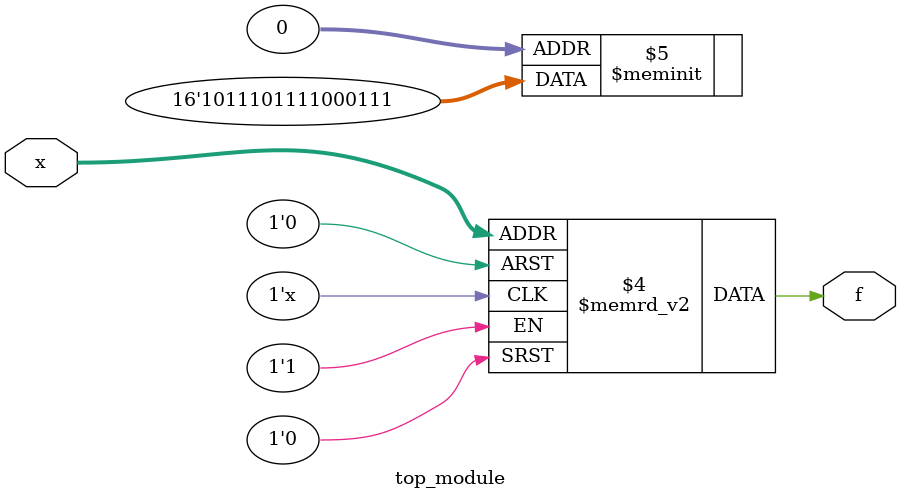
<source format=sv>
module top_module (
    input [4:1] x,
    output logic f
);

always_comb begin
    case ({x[4], x[3], x[2], x[1]})
        4'b0000: f = 1'b1;
        4'b0001: f = 1'b1;
        4'b0011: f = 1'b0;
        4'b0010: f = 1'b1;
        4'b0100: f = 1'b0;
        4'b0101: f = 1'b0;
        4'b0111: f = 1'b1;
        4'b0110: f = 1'b1;
        4'b1000: f = 1'b1;
        4'b1001: f = 1'b1;
        4'b1011: f = 1'b1;
        4'b1010: f = 1'b0;
        4'b1100: f = 1'b1;
        4'b1101: f = 1'b1;
        4'b1111: f = 1'b1;
        4'b1110: f = 1'b0;
        default: f = 1'b0;
    endcase
end

endmodule

</source>
